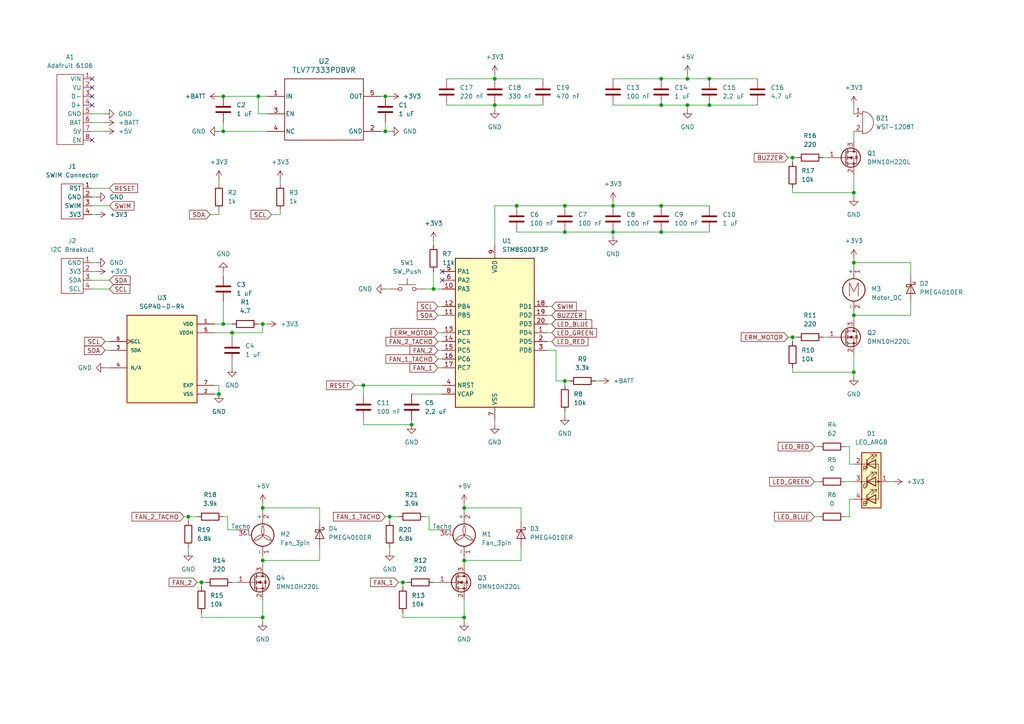
<source format=kicad_sch>
(kicad_sch (version 20250114) (generator "eeschema") (generator_version "9.0")
  (paper "A4")
  (title_block (title "Respirator Main Board") (date "2025-11-11") (rev "1") (company "The [Not Boring] Company"))
  (lib_symbols
    (symbol "Device:Buzzer" (pin_names (offset 0.0254) (hide yes))
      (property "Reference" "BZ" (at 3.81 1.27 0))
      (property "Value" "Buzzer" (at 3.81 -1.27 0))
      (symbol "Buzzer_1_1"
        (pin passive line (at -2.54 2.54 0) (length 2.54) (name "+") (number "1"))
        (pin passive line (at -2.54 -2.54 0) (length 2.54) (name "-") (number "2"))
      )
    )
    (symbol "Device:C" (pin_numbers (hide yes)) (pin_names (offset 0.254))
      (property "Reference" "C" (at 0.635 2.54 0))
      (property "Value" "C" (at 0.635 -2.54 0))
      (symbol "C_1_1"
        (pin passive line (at 0 3.81 270) (length 2.794) (name "~") (number "1"))
        (pin passive line (at 0 -3.81 90) (length 2.794) (name "~") (number "2"))
      )
    )
    (symbol "Device:LED_ARGB" (pin_names (offset 0) (hide yes))
      (property "Reference" "D" (at 0 9.398 0))
      (property "Value" "LED_ARGB" (at 0 -8.89 0))
      (symbol "LED_ARGB_0_0"
        (text "R" (at -1.905 3.81 0) (effects (font (size 1.27 1.27))))
        (text "G" (at -1.905 -1.27 0) (effects (font (size 1.27 1.27))))
        (text "B" (at -1.905 -6.35 0) (effects (font (size 1.27 1.27))))
      )
      (symbol "LED_ARGB_1_1"
        (pin passive line (at -5.08 5.08 0) (length 2.54) (name "RK") (number "2"))
        (pin passive line (at -5.08 0 0) (length 2.54) (name "GK") (number "3"))
        (pin passive line (at -5.08 -5.08 0) (length 2.54) (name "BK") (number "4"))
        (pin passive line (at 5.08 0 180) (length 2.54) (name "A") (number "1"))
      )
    )
    (symbol "Device:R" (pin_numbers (hide yes)) (pin_names (offset 0))
      (property "Reference" "R" (at 2.032 0 90))
      (property "Value" "R" (at 0 0 90))
      (symbol "R_1_1"
        (pin passive line (at 0 3.81 270) (length 1.27) (name "~") (number "1"))
        (pin passive line (at 0 -3.81 90) (length 1.27) (name "~") (number "2"))
      )
    )
    (symbol "Diode:PMEG4010ER" (pin_numbers (hide yes)) (pin_names (hide yes))
      (property "Reference" "D" (at 0 2.54 0))
      (property "Value" "PMEG4010ER" (at 0 -2.54 0))
      (symbol "PMEG4010ER_1_1"
        (pin passive line (at -3.81 0 0) (length 2.54) (name "K") (number "1"))
        (pin passive line (at 3.81 0 180) (length 2.54) (name "A") (number "2"))
      )
    )
    (symbol "MCU_ST_STM8:STM8S003F3P"
      (property "Reference" "U" (at 1.27 25.4 0))
      (property "Value" "STM8S003F3P" (at 1.27 22.86 0))
      (symbol "STM8S003F3P_1_1"
        (pin bidirectional line (at -15.24 17.78 0) (length 3.81) (name "PA1") (number "5"))
        (pin bidirectional line (at -15.24 15.24 0) (length 3.81) (name "PA2") (number "6"))
        (pin bidirectional line (at -15.24 12.7 0) (length 3.81) (name "PA3") (number "10"))
        (pin bidirectional line (at -15.24 7.62 0) (length 3.81) (name "PB4") (number "12"))
        (pin bidirectional line (at -15.24 5.08 0) (length 3.81) (name "PB5") (number "11"))
        (pin bidirectional line (at -15.24 0 0) (length 3.81) (name "PC3") (number "13"))
        (pin bidirectional line (at -15.24 -2.54 0) (length 3.81) (name "PC4") (number "14"))
        (pin bidirectional line (at -15.24 -5.08 0) (length 3.81) (name "PC5") (number "15"))
        (pin bidirectional line (at -15.24 -7.62 0) (length 3.81) (name "PC6") (number "16"))
        (pin bidirectional line (at -15.24 -10.16 0) (length 3.81) (name "PC7") (number "17"))
        (pin input line (at -15.24 -15.24 0) (length 3.81) (name "NRST") (number "4"))
        (pin passive line (at -15.24 -17.78 0) (length 3.81) (name "VCAP") (number "8"))
        (pin power_in line (at 0 25.4 270) (length 3.81) (name "VDD") (number "9"))
        (pin power_in line (at 0 -25.4 90) (length 3.81) (name "VSS") (number "7"))
        (pin bidirectional line (at 15.24 7.62 180) (length 3.81) (name "PD1") (number "18"))
        (pin bidirectional line (at 15.24 5.08 180) (length 3.81) (name "PD2") (number "19"))
        (pin bidirectional line (at 15.24 2.54 180) (length 3.81) (name "PD3") (number "20"))
        (pin bidirectional line (at 15.24 0 180) (length 3.81) (name "PD4") (number "1"))
        (pin bidirectional line (at 15.24 -2.54 180) (length 3.81) (name "PD5") (number "2"))
        (pin bidirectional line (at 15.24 -5.08 180) (length 3.81) (name "PD6") (number "3"))
      )
    )
    (symbol "Motor:Fan_3pin" (pin_names (offset 0))
      (property "Reference" "M" (at 2.54 2.54 0))
      (property "Value" "Fan_3pin" (at 2.54 -5.08 0))
      (symbol "Fan_3pin_1_1"
        (pin passive line (at -7.62 0 0) (length 2.54) (name "Tacho") (number "3"))
        (pin passive line (at 0 5.08 270) (length 2.54) (name "+") (number "2"))
        (pin passive line (at 0 -7.62 90) (length 2.54) (name "-") (number "1"))
      )
    )
    (symbol "Motor:Motor_DC" (pin_names (offset 0))
      (property "Reference" "M" (at 2.54 2.54 0))
      (property "Value" "Motor_DC" (at 2.54 -5.08 0))
      (symbol "Motor_DC_1_1"
        (pin passive line (at 0 5.08 270) (length 2.54) (name "+") (number "1"))
        (pin passive line (at 0 -7.62 90) (length 2.54) (name "-") (number "2"))
      )
    )
    (symbol "ProjectCustom:Adafruit_6106"
      (property "Reference" "A" (at 3.81 1.016 0))
      (symbol "Adafruit_6106_1_1"
        (pin power_in line (at 10.16 -1.27 180) (length 2.54) (name "VIN") (number "1"))
        (pin power_in line (at 10.16 -3.81 180) (length 2.54) (name "VU") (number "2"))
        (pin bidirectional line (at 10.16 -6.35 180) (length 2.54) (name "D-") (number "3"))
        (pin bidirectional line (at 10.16 -8.89 180) (length 2.54) (name "D+") (number "4"))
        (pin power_out line (at 10.16 -11.43 180) (length 2.54) (name "GND") (number "5"))
        (pin power_out line (at 10.16 -13.97 180) (length 2.54) (name "BAT") (number "6"))
        (pin power_out line (at 10.16 -16.51 180) (length 2.54) (name "5V") (number "7"))
        (pin input line (at 10.16 -19.05 180) (length 2.54) (name "EN") (number "8"))
      )
    )
    (symbol "ProjectCustom:I2C_Breakout"
      (property "Reference" "J" (at 0.508 1.016 0))
      (symbol "I2C_Breakout_1_1"
        (pin power_in line (at 8.89 -1.27 180) (length 2.54) (name "GND") (number "1"))
        (pin power_in line (at 8.89 -3.81 180) (length 2.54) (name "3V3") (number "2"))
        (pin bidirectional line (at 8.89 -6.35 180) (length 2.54) (name "SDA") (number "3"))
        (pin input line (at 8.89 -8.89 180) (length 2.54) (name "SCL") (number "4"))
      )
    )
    (symbol "ProjectCustom:SWIM_Connector"
      (property "Reference" "J" (at -3.302 1.016 0))
      (symbol "SWIM_Connector_1_1"
        (pin output line (at 5.08 -1.27 180) (length 2.54) (name "RST") (number "1"))
        (pin power_out line (at 5.08 -3.81 180) (length 2.54) (name "GND") (number "2"))
        (pin bidirectional line (at 5.08 -6.35 180) (length 2.54) (name "SWIM") (number "3"))
        (pin power_out line (at 5.08 -8.89 180) (length 2.54) (name "3V3") (number "4"))
      )
    )
    (symbol "SGP40-D-R4:SGP40-D-R4" (pin_names (offset 1.016))
      (property "Reference" "U" (at -10.16 13.462 0))
      (property "Value" "SGP40-D-R4" (at -10.16 -15.24 0))
      (symbol "SGP40-D-R4_0_0"
        (pin bidirectional clock (at -15.24 5.08 0) (length 5.08) (name "SCL") (number "6"))
        (pin bidirectional line (at -15.24 2.54 0) (length 5.08) (name "SDA") (number "3"))
        (pin passive line (at -15.24 -2.54 0) (length 5.08) (name "N/A") (number "4"))
        (pin power_in line (at 15.24 10.16 180) (length 5.08) (name "VDD") (number "1"))
        (pin power_in line (at 15.24 7.62 180) (length 5.08) (name "VDDH") (number "5"))
        (pin power_in line (at 15.24 -7.62 180) (length 5.08) (name "EXP") (number "7"))
        (pin power_in line (at 15.24 -10.16 180) (length 5.08) (name "VSS") (number "2"))
      )
    )
    (symbol "Switch:SW_Push" (pin_numbers (hide yes)) (pin_names (offset 1.016) (hide yes))
      (property "Reference" "SW" (at 1.27 2.54 0))
      (property "Value" "SW_Push" (at 0 -1.524 0))
      (symbol "SW_Push_0_1"
        (pin passive line (at -5.08 0 0) (length 2.54) (name "1") (number "1"))
        (pin passive line (at 5.08 0 180) (length 2.54) (name "2") (number "2"))
      )
    )
    (symbol "TLV77333PDBVR:TLV77333PDBVR" (pin_names (offset 0.254))
      (property "Reference" "U" (at 0 2.54 0))
      (property "Value" "TLV77333PDBVR" (at 0 0 0))
      (symbol "TLV77333PDBVR_0_1"
        (pin power_in line (at 0 0 0) (length 5.08) (name "IN") (number "1"))
        (pin input line (at 0 -5.08 0) (length 5.08) (name "EN") (number "3"))
        (pin power_in line (at 33.02 -10.16 180) (length 5.08) (name "GND") (number "2"))
      )
      (symbol "TLV77333PDBVR_1_1"
        (pin power_in line (at 0 -10.16 0) (length 5.08) (name "NC") (number "4"))
        (pin power_out line (at 33.02 0 180) (length 5.08) (name "OUT") (number "5"))
      )
    )
    (symbol "Transistor_FET:DMN10H220L" (pin_names (offset 0) (hide yes))
      (property "Reference" "Q" (at 5.08 1.905 0))
      (property "Value" "DMN10H220L" (at 5.08 0 0))
      (symbol "DMN10H220L_1_1"
        (pin input line (at -5.08 0 0) (length 2.54) (name "G") (number "1"))
        (pin passive line (at 2.54 5.08 270) (length 2.54) (name "D") (number "3"))
        (pin passive line (at 2.54 -5.08 90) (length 2.54) (name "S") (number "2"))
      )
    )
    (symbol "power:+3V3" (power) (pin_numbers (hide yes)) (pin_names (offset 0) (hide yes))
      (property "Value" "+3V3" (at 0 3.556 0))
      (symbol "+3V3_1_1"
        (pin power_in line (at 0 0 90) (length 0) (name "~") (number "1"))
      )
    )
    (symbol "power:+5V" (power) (pin_numbers (hide yes)) (pin_names (offset 0) (hide yes))
      (property "Value" "+5V" (at 0 3.556 0))
      (symbol "+5V_1_1"
        (pin power_in line (at 0 0 90) (length 0) (name "~") (number "1"))
      )
    )
    (symbol "power:+BATT" (power) (pin_numbers (hide yes)) (pin_names (offset 0) (hide yes))
      (property "Value" "+BATT" (at 0 3.556 0))
      (symbol "+BATT_1_1"
        (pin power_in line (at 0 0 90) (length 0) (name "~") (number "1"))
      )
    )
    (symbol "power:GND" (power) (pin_numbers (hide yes)) (pin_names (offset 0) (hide yes))
      (property "Value" "GND" (at 0 -3.81 0))
      (symbol "GND_1_1"
        (pin power_in line (at 0 0 270) (length 0) (name "~") (number "1"))
      )
    )
  )
  (junction (at 191.77 22.86))
  (junction (at 229.87 97.79))
  (junction (at 111.76 27.94))
  (junction (at 191.77 59.69))
  (junction (at 67.31 96.52))
  (junction (at 247.65 107.95))
  (junction (at 64.77 93.98))
  (junction (at 247.65 91.44))
  (junction (at 199.39 22.86))
  (junction (at 76.2 93.98))
  (junction (at 54.61 149.86))
  (junction (at 191.77 67.31))
  (junction (at 177.8 67.31))
  (junction (at 76.2 147.32))
  (junction (at 105.41 111.76))
  (junction (at 163.83 110.49))
  (junction (at 119.38 123.19))
  (junction (at 149.86 59.69))
  (junction (at 163.83 67.31))
  (junction (at 143.51 30.48))
  (junction (at 177.8 59.69))
  (junction (at 111.76 38.1))
  (junction (at 64.77 38.1))
  (junction (at 199.39 30.48))
  (junction (at 191.77 30.48))
  (junction (at 134.62 147.32))
  (junction (at 58.42 168.91))
  (junction (at 134.62 162.56))
  (junction (at 116.84 168.91))
  (junction (at 134.62 179.07))
  (junction (at 64.77 27.94))
  (junction (at 143.51 22.86))
  (junction (at 63.5 114.3))
  (junction (at 205.74 30.48))
  (junction (at 76.2 179.07))
  (junction (at 247.65 55.88))
  (junction (at 247.65 76.2))
  (junction (at 113.03 149.86))
  (junction (at 76.2 162.56))
  (junction (at 163.83 59.69))
  (junction (at 125.73 83.82))
  (junction (at 205.74 22.86))
  (junction (at 74.93 27.94))
  (junction (at 229.87 45.72))
  (no_connect (at 26.67 27.94))
  (no_connect (at 26.67 30.48))
  (no_connect (at 128.27 81.28))
  (no_connect (at 26.67 25.4))
  (no_connect (at 128.27 78.74))
  (no_connect (at 26.67 22.86))
  (no_connect (at 26.67 40.64))
  (wire (pts (xy 228.6 45.72) (xy 229.87 45.72)))
  (wire (pts (xy 173.99 110.49) (xy 172.72 110.49)))
  (wire (pts (xy 124.46 153.67) (xy 127 153.67)))
  (wire (pts (xy 66.04 149.86) (xy 66.04 153.67)))
  (wire (pts (xy 105.41 111.76) (xy 128.27 111.76)))
  (wire (pts (xy 199.39 30.48) (xy 205.74 30.48)))
  (wire (pts (xy 127 106.68) (xy 128.27 106.68)))
  (wire (pts (xy 264.16 87.63) (xy 264.16 91.44)))
  (wire (pts (xy 177.8 67.31) (xy 177.8 68.58)))
  (wire (pts (xy 54.61 151.13) (xy 54.61 149.86)))
  (wire (pts (xy 160.02 91.44) (xy 158.75 91.44)))
  (wire (pts (xy 111.76 38.1) (xy 113.03 38.1)))
  (wire (pts (xy 149.86 67.31) (xy 163.83 67.31)))
  (wire (pts (xy 247.65 91.44) (xy 247.65 92.71)))
  (wire (pts (xy 191.77 59.69) (xy 205.74 59.69)))
  (wire (pts (xy 143.51 59.69) (xy 143.51 71.12)))
  (wire (pts (xy 76.2 146.05) (xy 76.2 147.32)))
  (wire (pts (xy 64.77 87.63) (xy 64.77 93.98)))
  (wire (pts (xy 105.41 123.19) (xy 119.38 123.19)))
  (wire (pts (xy 63.5 111.76) (xy 63.5 114.3)))
  (wire (pts (xy 247.65 134.62) (xy 246.38 134.62)))
  (wire (pts (xy 64.77 38.1) (xy 63.5 38.1)))
  (wire (pts (xy 111.76 27.94) (xy 113.03 27.94)))
  (wire (pts (xy 247.65 102.87) (xy 247.65 107.95)))
  (wire (pts (xy 151.13 158.75) (xy 151.13 162.56)))
  (wire (pts (xy 113.03 151.13) (xy 113.03 149.86)))
  (wire (pts (xy 199.39 21.59) (xy 199.39 22.86)))
  (wire (pts (xy 92.71 158.75) (xy 92.71 162.56)))
  (wire (pts (xy 76.2 93.98) (xy 76.2 96.52)))
  (wire (pts (xy 199.39 22.86) (xy 191.77 22.86)))
  (wire (pts (xy 74.93 27.94) (xy 74.93 33.02)))
  (wire (pts (xy 134.62 146.05) (xy 134.62 147.32)))
  (wire (pts (xy 62.23 111.76) (xy 63.5 111.76)))
  (wire (pts (xy 63.5 27.94) (xy 64.77 27.94)))
  (wire (pts (xy 116.84 179.07) (xy 134.62 179.07)))
  (wire (pts (xy 231.14 45.72) (xy 229.87 45.72)))
  (wire (pts (xy 63.5 52.07) (xy 63.5 53.34)))
  (wire (pts (xy 151.13 162.56) (xy 134.62 162.56)))
  (wire (pts (xy 163.83 111.76) (xy 163.83 110.49)))
  (wire (pts (xy 92.71 147.32) (xy 76.2 147.32)))
  (wire (pts (xy 76.2 147.32) (xy 76.2 148.59)))
  (wire (pts (xy 191.77 67.31) (xy 205.74 67.31)))
  (wire (pts (xy 76.2 162.56) (xy 76.2 163.83)))
  (wire (pts (xy 105.41 111.76) (xy 105.41 114.3)))
  (wire (pts (xy 143.51 21.59) (xy 143.51 22.86)))
  (wire (pts (xy 158.75 99.06) (xy 160.02 99.06)))
  (wire (pts (xy 67.31 168.91) (xy 68.58 168.91)))
  (wire (pts (xy 127 101.6) (xy 128.27 101.6)))
  (wire (pts (xy 246.38 149.86) (xy 245.11 149.86)))
  (wire (pts (xy 64.77 78.74) (xy 64.77 80.01)))
  (wire (pts (xy 30.48 99.06) (xy 31.75 99.06)))
  (wire (pts (xy 67.31 96.52) (xy 67.31 97.79)))
  (wire (pts (xy 161.29 110.49) (xy 163.83 110.49)))
  (wire (pts (xy 26.67 35.56) (xy 30.48 35.56)))
  (wire (pts (xy 76.2 180.34) (xy 76.2 179.07)))
  (wire (pts (xy 177.8 58.42) (xy 177.8 59.69)))
  (wire (pts (xy 246.38 144.78) (xy 246.38 149.86)))
  (wire (pts (xy 57.15 168.91) (xy 58.42 168.91)))
  (wire (pts (xy 119.38 121.92) (xy 119.38 123.19)))
  (wire (pts (xy 118.11 168.91) (xy 116.84 168.91)))
  (wire (pts (xy 53.34 149.86) (xy 54.61 149.86)))
  (wire (pts (xy 229.87 45.72) (xy 229.87 46.99)))
  (wire (pts (xy 30.48 101.6) (xy 31.75 101.6)))
  (wire (pts (xy 66.04 153.67) (xy 68.58 153.67)))
  (wire (pts (xy 264.16 91.44) (xy 247.65 91.44)))
  (wire (pts (xy 128.27 96.52) (xy 127 96.52)))
  (wire (pts (xy 76.2 93.98) (xy 77.47 93.98)))
  (wire (pts (xy 26.67 59.69) (xy 31.75 59.69)))
  (wire (pts (xy 127 88.9) (xy 128.27 88.9)))
  (wire (pts (xy 116.84 168.91) (xy 116.84 170.18)))
  (wire (pts (xy 74.93 93.98) (xy 76.2 93.98)))
  (wire (pts (xy 143.51 30.48) (xy 157.48 30.48)))
  (wire (pts (xy 58.42 179.07) (xy 76.2 179.07)))
  (wire (pts (xy 236.22 139.7) (xy 237.49 139.7)))
  (wire (pts (xy 229.87 107.95) (xy 247.65 107.95)))
  (wire (pts (xy 134.62 173.99) (xy 134.62 179.07)))
  (wire (pts (xy 54.61 149.86) (xy 57.15 149.86)))
  (wire (pts (xy 111.76 35.56) (xy 111.76 38.1)))
  (wire (pts (xy 177.8 67.31) (xy 191.77 67.31)))
  (wire (pts (xy 62.23 114.3) (xy 63.5 114.3)))
  (wire (pts (xy 247.65 109.22) (xy 247.65 107.95)))
  (wire (pts (xy 125.73 78.74) (xy 125.73 83.82)))
  (wire (pts (xy 247.65 57.15) (xy 247.65 55.88)))
  (wire (pts (xy 129.54 30.48) (xy 143.51 30.48)))
  (wire (pts (xy 26.67 57.15) (xy 27.94 57.15)))
  (wire (pts (xy 92.71 162.56) (xy 76.2 162.56)))
  (wire (pts (xy 76.2 173.99) (xy 76.2 179.07)))
  (wire (pts (xy 81.28 60.96) (xy 81.28 62.23)))
  (wire (pts (xy 161.29 101.6) (xy 158.75 101.6)))
  (wire (pts (xy 199.39 22.86) (xy 205.74 22.86)))
  (wire (pts (xy 177.8 59.69) (xy 191.77 59.69)))
  (wire (pts (xy 124.46 149.86) (xy 124.46 153.67)))
  (wire (pts (xy 74.93 27.94) (xy 77.47 27.94)))
  (wire (pts (xy 125.73 168.91) (xy 127 168.91)))
  (wire (pts (xy 102.87 111.76) (xy 105.41 111.76)))
  (wire (pts (xy 67.31 105.41) (xy 67.31 106.68)))
  (wire (pts (xy 134.62 180.34) (xy 134.62 179.07)))
  (wire (pts (xy 238.76 45.72) (xy 240.03 45.72)))
  (wire (pts (xy 62.23 96.52) (xy 67.31 96.52)))
  (wire (pts (xy 177.8 22.86) (xy 191.77 22.86)))
  (wire (pts (xy 54.61 160.02) (xy 54.61 158.75)))
  (wire (pts (xy 247.65 38.1) (xy 247.65 40.64)))
  (wire (pts (xy 58.42 168.91) (xy 59.69 168.91)))
  (wire (pts (xy 119.38 114.3) (xy 128.27 114.3)))
  (wire (pts (xy 229.87 97.79) (xy 229.87 99.06)))
  (wire (pts (xy 64.77 93.98) (xy 67.31 93.98)))
  (wire (pts (xy 26.67 78.74) (xy 27.94 78.74)))
  (wire (pts (xy 229.87 107.95) (xy 229.87 106.68)))
  (wire (pts (xy 160.02 96.52) (xy 158.75 96.52)))
  (wire (pts (xy 143.51 30.48) (xy 143.51 31.75)))
  (wire (pts (xy 58.42 170.18) (xy 58.42 168.91)))
  (wire (pts (xy 228.6 97.79) (xy 229.87 97.79)))
  (wire (pts (xy 160.02 93.98) (xy 158.75 93.98)))
  (wire (pts (xy 231.14 97.79) (xy 229.87 97.79)))
  (wire (pts (xy 116.84 179.07) (xy 116.84 177.8)))
  (wire (pts (xy 127 91.44) (xy 128.27 91.44)))
  (wire (pts (xy 26.67 62.23) (xy 27.94 62.23)))
  (wire (pts (xy 105.41 121.92) (xy 105.41 123.19)))
  (wire (pts (xy 257.81 139.7) (xy 259.08 139.7)))
  (wire (pts (xy 111.76 149.86) (xy 113.03 149.86)))
  (wire (pts (xy 113.03 149.86) (xy 115.57 149.86)))
  (wire (pts (xy 151.13 147.32) (xy 134.62 147.32)))
  (wire (pts (xy 60.96 62.23) (xy 63.5 62.23)))
  (wire (pts (xy 115.57 168.91) (xy 116.84 168.91)))
  (wire (pts (xy 64.77 38.1) (xy 77.47 38.1)))
  (wire (pts (xy 30.48 33.02) (xy 26.67 33.02)))
  (wire (pts (xy 151.13 151.13) (xy 151.13 147.32)))
  (wire (pts (xy 246.38 129.54) (xy 245.11 129.54)))
  (wire (pts (xy 236.22 129.54) (xy 237.49 129.54)))
  (wire (pts (xy 205.74 22.86) (xy 219.71 22.86)))
  (wire (pts (xy 247.65 76.2) (xy 247.65 77.47)))
  (wire (pts (xy 143.51 59.69) (xy 149.86 59.69)))
  (wire (pts (xy 125.73 69.85) (xy 125.73 71.12)))
  (wire (pts (xy 247.65 144.78) (xy 246.38 144.78)))
  (wire (pts (xy 246.38 134.62) (xy 246.38 129.54)))
  (wire (pts (xy 236.22 149.86) (xy 237.49 149.86)))
  (wire (pts (xy 238.76 97.79) (xy 240.03 97.79)))
  (wire (pts (xy 111.76 83.82) (xy 113.03 83.82)))
  (wire (pts (xy 31.75 106.68) (xy 30.48 106.68)))
  (wire (pts (xy 134.62 162.56) (xy 134.62 163.83)))
  (wire (pts (xy 247.65 30.48) (xy 247.65 33.02)))
  (wire (pts (xy 123.19 149.86) (xy 124.46 149.86)))
  (wire (pts (xy 64.77 35.56) (xy 64.77 38.1)))
  (wire (pts (xy 81.28 52.07) (xy 81.28 53.34)))
  (wire (pts (xy 161.29 110.49) (xy 161.29 101.6)))
  (wire (pts (xy 245.11 139.7) (xy 247.65 139.7)))
  (wire (pts (xy 134.62 161.29) (xy 134.62 162.56)))
  (wire (pts (xy 264.16 76.2) (xy 247.65 76.2)))
  (wire (pts (xy 149.86 59.69) (xy 163.83 59.69)))
  (wire (pts (xy 125.73 83.82) (xy 128.27 83.82)))
  (wire (pts (xy 26.67 38.1) (xy 30.48 38.1)))
  (wire (pts (xy 78.74 62.23) (xy 81.28 62.23)))
  (wire (pts (xy 63.5 60.96) (xy 63.5 62.23)))
  (wire (pts (xy 158.75 88.9) (xy 160.02 88.9)))
  (wire (pts (xy 123.19 83.82) (xy 125.73 83.82)))
  (wire (pts (xy 77.47 33.02) (xy 74.93 33.02)))
  (wire (pts (xy 143.51 22.86) (xy 157.48 22.86)))
  (wire (pts (xy 110.49 27.94) (xy 111.76 27.94)))
  (wire (pts (xy 62.23 93.98) (xy 64.77 93.98)))
  (wire (pts (xy 127 99.06) (xy 128.27 99.06)))
  (wire (pts (xy 229.87 55.88) (xy 247.65 55.88)))
  (wire (pts (xy 165.1 110.49) (xy 163.83 110.49)))
  (wire (pts (xy 64.77 27.94) (xy 74.93 27.94)))
  (wire (pts (xy 127 104.14) (xy 128.27 104.14)))
  (wire (pts (xy 92.71 151.13) (xy 92.71 147.32)))
  (wire (pts (xy 163.83 59.69) (xy 177.8 59.69)))
  (wire (pts (xy 143.51 121.92) (xy 143.51 123.19)))
  (wire (pts (xy 199.39 30.48) (xy 199.39 31.75)))
  (wire (pts (xy 26.67 83.82) (xy 31.75 83.82)))
  (wire (pts (xy 163.83 67.31) (xy 177.8 67.31)))
  (wire (pts (xy 26.67 81.28) (xy 31.75 81.28)))
  (wire (pts (xy 134.62 147.32) (xy 134.62 148.59)))
  (wire (pts (xy 247.65 50.8) (xy 247.65 55.88)))
  (wire (pts (xy 67.31 96.52) (xy 76.2 96.52)))
  (wire (pts (xy 26.67 76.2) (xy 27.94 76.2)))
  (wire (pts (xy 110.49 38.1) (xy 111.76 38.1)))
  (wire (pts (xy 199.39 30.48) (xy 191.77 30.48)))
  (wire (pts (xy 229.87 55.88) (xy 229.87 54.61)))
  (wire (pts (xy 247.65 74.93) (xy 247.65 76.2)))
  (wire (pts (xy 64.77 149.86) (xy 66.04 149.86)))
  (wire (pts (xy 26.67 54.61) (xy 31.75 54.61)))
  (wire (pts (xy 205.74 30.48) (xy 219.71 30.48)))
  (wire (pts (xy 113.03 160.02) (xy 113.03 158.75)))
  (wire (pts (xy 129.54 22.86) (xy 143.51 22.86)))
  (wire (pts (xy 247.65 90.17) (xy 247.65 91.44)))
  (wire (pts (xy 177.8 30.48) (xy 191.77 30.48)))
  (wire (pts (xy 58.42 179.07) (xy 58.42 177.8)))
  (wire (pts (xy 76.2 161.29) (xy 76.2 162.56)))
  (wire (pts (xy 163.83 119.38) (xy 163.83 120.65)))
  (wire (pts (xy 264.16 80.01) (xy 264.16 76.2)))
  (global_label "SCL" (shape input) (at 31.75 83.82 0) (property "Intersheetrefs" "${INTERSHEET_REFS}" (effects (hide yes))))
  (global_label "FAN_2" (shape input) (at 127 101.6 180) (property "Intersheetrefs" "${INTERSHEET_REFS}" (effects (hide yes))))
  (global_label "FAN_1" (shape input) (at 127 106.68 180) (property "Intersheetrefs" "${INTERSHEET_REFS}" (effects (hide yes))))
  (global_label "SDA" (shape input) (at 30.48 101.6 180) (property "Intersheetrefs" "${INTERSHEET_REFS}" (effects (hide yes))))
  (global_label "SWIM" (shape input) (at 160.02 88.9 0) (property "Intersheetrefs" "${INTERSHEET_REFS}" (effects (hide yes))))
  (global_label "BUZZER" (shape input) (at 160.02 91.44 0) (property "Intersheetrefs" "${INTERSHEET_REFS}" (effects (hide yes))))
  (global_label "RESET" (shape input) (at 102.87 111.76 180) (property "Intersheetrefs" "${INTERSHEET_REFS}" (effects (hide yes))))
  (global_label "FAN_1_TACHO" (shape input) (at 127 104.14 180) (property "Intersheetrefs" "${INTERSHEET_REFS}" (effects (hide yes))))
  (global_label "SCL" (shape input) (at 127 88.9 180) (property "Intersheetrefs" "${INTERSHEET_REFS}" (effects (hide yes))))
  (global_label "SWIM" (shape input) (at 31.75 59.69 0) (property "Intersheetrefs" "${INTERSHEET_REFS}" (effects (hide yes))))
  (global_label "ERM_MOTOR" (shape input) (at 228.6 97.79 180) (property "Intersheetrefs" "${INTERSHEET_REFS}" (effects (hide yes))))
  (global_label "LED_BLUE" (shape input) (at 160.02 93.98 0) (property "Intersheetrefs" "${INTERSHEET_REFS}" (effects (hide yes))))
  (global_label "FAN_2_TACHO" (shape input) (at 53.34 149.86 180) (property "Intersheetrefs" "${INTERSHEET_REFS}" (effects (hide yes))))
  (global_label "SCL" (shape input) (at 30.48 99.06 180) (property "Intersheetrefs" "${INTERSHEET_REFS}" (effects (hide yes))))
  (global_label "LED_RED" (shape input) (at 160.02 99.06 0) (property "Intersheetrefs" "${INTERSHEET_REFS}" (effects (hide yes))))
  (global_label "LED_GREEN" (shape input) (at 236.22 139.7 180) (property "Intersheetrefs" "${INTERSHEET_REFS}" (effects (hide yes))))
  (global_label "RESET" (shape input) (at 31.75 54.61 0) (property "Intersheetrefs" "${INTERSHEET_REFS}" (effects (hide yes))))
  (global_label "FAN_1_TACHO" (shape input) (at 111.76 149.86 180) (property "Intersheetrefs" "${INTERSHEET_REFS}" (effects (hide yes))))
  (global_label "ERM_MOTOR" (shape input) (at 127 96.52 180) (property "Intersheetrefs" "${INTERSHEET_REFS}" (effects (hide yes))))
  (global_label "SDA" (shape input) (at 127 91.44 180) (property "Intersheetrefs" "${INTERSHEET_REFS}" (effects (hide yes))))
  (global_label "BUZZER" (shape input) (at 228.6 45.72 180) (property "Intersheetrefs" "${INTERSHEET_REFS}" (effects (hide yes))))
  (global_label "LED_GREEN" (shape input) (at 160.02 96.52 0) (property "Intersheetrefs" "${INTERSHEET_REFS}" (effects (hide yes))))
  (global_label "LED_RED" (shape input) (at 236.22 129.54 180) (property "Intersheetrefs" "${INTERSHEET_REFS}" (effects (hide yes))))
  (global_label "SDA" (shape input) (at 31.75 81.28 0) (property "Intersheetrefs" "${INTERSHEET_REFS}" (effects (hide yes))))
  (global_label "SDA" (shape input) (at 60.96 62.23 180) (property "Intersheetrefs" "${INTERSHEET_REFS}" (effects (hide yes))))
  (global_label "FAN_2" (shape input) (at 57.15 168.91 180) (property "Intersheetrefs" "${INTERSHEET_REFS}" (effects (hide yes))))
  (global_label "SCL" (shape input) (at 78.74 62.23 180) (property "Intersheetrefs" "${INTERSHEET_REFS}" (effects (hide yes))))
  (global_label "FAN_1" (shape input) (at 115.57 168.91 180) (property "Intersheetrefs" "${INTERSHEET_REFS}" (effects (hide yes))))
  (global_label "LED_BLUE" (shape input) (at 236.22 149.86 180) (property "Intersheetrefs" "${INTERSHEET_REFS}" (effects (hide yes))))
  (global_label "FAN_2_TACHO" (shape input) (at 127 99.06 180) (property "Intersheetrefs" "${INTERSHEET_REFS}" (effects (hide yes))))
  (symbol (lib_id "power:+5V") (at 76.2 146.05 0) (unit 1)
    (property "Reference" "#PWR032" (effects (hide yes)))
    (property "Value" "+5V" (at 76.2 140.97 0))
    (property "Description" "Power symbol creates a global label with name \"+5V\"" (effects (hide yes)))
  )
  (symbol (lib_id "Device:R") (at 63.5 168.91 90) (unit 1)
    (property "Reference" "R14" (at 63.5 162.56 90))
    (property "Value" "220" (at 63.5 165.1 90))
    (property "Footprint" "Resistor_SMD:R_0603_1608Metric" (effects (hide yes)))
    (property "Description" "Resistor" (effects (hide yes)))
  )
  (symbol (lib_id "Device:R") (at 125.73 74.93 0) (unit 1)
    (property "Reference" "R7" (at 128.27 73.6599 0) (effects (justify left)))
    (property "Value" "11k" (at 128.27 76.1999 0) (effects (justify left)))
    (property "Footprint" "Resistor_SMD:R_0603_1608Metric" (effects (hide yes)))
    (property "Description" "Resistor" (effects (hide yes)))
  )
  (symbol (lib_id "Device:R") (at 229.87 102.87 0) (unit 1)
    (property "Reference" "R10" (at 232.41 101.5999 0) (effects (justify left)))
    (property "Value" "10k" (at 232.41 104.1399 0) (effects (justify left)))
    (property "Footprint" "Resistor_SMD:R_0603_1608Metric" (effects (hide yes)))
    (property "Description" "Resistor" (effects (hide yes)))
  )
  (symbol (lib_id "Device:R") (at 121.92 168.91 90) (unit 1)
    (property "Reference" "R12" (at 121.92 162.56 90))
    (property "Value" "220" (at 121.92 165.1 90))
    (property "Footprint" "Resistor_SMD:R_0603_1608Metric" (effects (hide yes)))
    (property "Description" "Resistor" (effects (hide yes)))
  )
  (symbol (lib_id "Device:R") (at 116.84 173.99 0) (unit 1)
    (property "Reference" "R13" (at 119.38 172.7199 0) (effects (justify left)))
    (property "Value" "10k" (at 119.38 175.2599 0) (effects (justify left)))
    (property "Footprint" "Resistor_SMD:R_0603_1608Metric" (effects (hide yes)))
    (property "Description" "Resistor" (effects (hide yes)))
  )
  (symbol (lib_id "SGP40-D-R4:SGP40-D-R4") (at 46.99 104.14 0) (unit 1)
    (property "Reference" "U3" (at 46.99 86.36 0))
    (property "Value" "SGP40-D-R4" (at 46.99 88.9 0))
    (property "Footprint" "footprints:XCDR_SGP40-D-R4" (effects (hide yes)))
    (property "PARTREV" "1.2" (effects (hide yes)))
    (property "SNAPEDA_PN" "SGP40-D-R4" (effects (hide yes)))
    (property "MANUFACTURER" "Sensirion AG" (effects (hide yes)))
    (property "MAXIMUM_PACKAGE_HEIGHT" "0.95mm" (effects (hide yes)))
    (property "STANDARD" "Manufacturer Recommendations" (effects (hide yes)))
  )
  (symbol (lib_id "Device:R") (at 163.83 115.57 0) (unit 1)
    (property "Reference" "R8" (at 166.37 114.2999 0) (effects (justify left)))
    (property "Value" "10k" (at 166.37 116.8399 0) (effects (justify left)))
    (property "Footprint" "Resistor_SMD:R_0603_1608Metric" (effects (hide yes)))
    (property "Description" "Resistor" (effects (hide yes)))
  )
  (symbol (lib_id "TLV77333PDBVR:TLV77333PDBVR") (at 77.47 27.94 0) (unit 1)
    (property "Reference" "U2" (at 93.98 17.78 0) (effects (font (size 1.524 1.524))))
    (property "Value" "TLV77333PDBVR" (at 93.98 20.32 0) (effects (font (size 1.524 1.524))))
    (property "Footprint" "footprints:DBV0005A-IPC_A" (effects (hide yes)))
    (property "Datasheet" "https://www.ti.com/lit/gpn/tlv773" (effects (hide yes)))
  )
  (symbol (lib_id "Device:R") (at 168.91 110.49 90) (unit 1)
    (property "Reference" "R9" (at 168.91 104.14 90))
    (property "Value" "3.3k" (at 168.91 106.68 90))
    (property "Footprint" "Resistor_SMD:R_0603_1608Metric" (effects (hide yes)))
    (property "Description" "Resistor" (effects (hide yes)))
  )
  (symbol (lib_id "power:+3V3") (at 143.51 21.59 0) (unit 1)
    (property "Reference" "#PWR038" (effects (hide yes)))
    (property "Value" "+3V3" (at 143.51 16.51 0))
    (property "Description" "Power symbol creates a global label with name \"+3V3\"" (effects (hide yes)))
  )
  (symbol (lib_id "Device:R") (at 119.38 149.86 90) (unit 1)
    (property "Reference" "R21" (at 119.38 143.51 90))
    (property "Value" "3.9k" (at 119.38 146.05 90))
    (property "Footprint" "Resistor_SMD:R_0603_1608Metric" (effects (hide yes)))
    (property "Description" "Resistor" (effects (hide yes)))
  )
  (symbol (lib_id "power:+3V3") (at 77.47 93.98 270) (unit 1)
    (property "Reference" "#PWR08" (effects (hide yes)))
    (property "Value" "+3V3" (at 81.28 93.9799 90) (effects (justify left)))
    (property "Description" "Power symbol creates a global label with name \"+3V3\"" (effects (hide yes)))
  )
  (symbol (lib_id "Motor:Motor_DC") (at 247.65 82.55 0) (unit 1)
    (property "Reference" "M3" (at 252.73 83.8199 0) (effects (justify left)))
    (property "Value" "Motor_DC" (at 252.73 86.3599 0) (effects (justify left)))
    (property "Footprint" "footprints:JST-XH-2-pin" (effects (hide yes)))
    (property "Description" "DC Motor" (effects (hide yes)))
  )
  (symbol (lib_id "Device:C") (at 119.38 118.11 0) (unit 1)
    (property "Reference" "C5" (at 123.19 116.8399 0) (effects (justify left)))
    (property "Value" "2.2 uF" (at 123.19 119.3799 0) (effects (justify left)))
    (property "Footprint" "Capacitor_SMD:C_0603_1608Metric" (effects (hide yes)))
    (property "Description" "Unpolarized capacitor" (effects (hide yes)))
  )
  (symbol (lib_id "ProjectCustom:Adafruit_6106") (at 16.51 21.59 0) (unit 1)
    (property "Reference" "A1" (at 20.32 16.51 0))
    (property "Value" "Adafruit 6106" (at 20.32 19.05 0))
    (property "Footprint" "Connector_PinHeader_2.54mm:PinHeader_1x08_P2.54mm_Vertical" (effects (hide yes)))
  )
  (symbol (lib_id "power:GND") (at 113.03 38.1 90) (unit 1)
    (property "Reference" "#PWR04" (effects (hide yes)))
    (property "Value" "GND" (at 116.84 38.0999 90) (effects (justify right)))
    (property "Description" "Power symbol creates a global label with name \"GND\" , ground" (effects (hide yes)))
  )
  (symbol (lib_id "power:GND") (at 177.8 68.58 0) (unit 1)
    (property "Reference" "#PWR020" (effects (hide yes)))
    (property "Value" "GND" (at 177.8 73.66 0))
    (property "Description" "Power symbol creates a global label with name \"GND\" , ground" (effects (hide yes)))
  )
  (symbol (lib_id "Device:R") (at 81.28 57.15 0) (unit 1)
    (property "Reference" "R3" (at 83.82 55.8799 0) (effects (justify left)))
    (property "Value" "1k" (at 83.82 58.4199 0) (effects (justify left)))
    (property "Footprint" "Resistor_SMD:R_0603_1608Metric" (effects (hide yes)))
    (property "Description" "Resistor" (effects (hide yes)))
  )
  (symbol (lib_id "power:+5V") (at 30.48 38.1 270) (unit 1)
    (property "Reference" "#PWR02" (effects (hide yes)))
    (property "Value" "+5V" (at 34.29 38.0999 90) (effects (justify left)))
    (property "Description" "Power symbol creates a global label with name \"+5V\"" (effects (hide yes)))
  )
  (symbol (lib_id "power:GND") (at 30.48 106.68 270) (unit 1)
    (property "Reference" "#PWR010" (effects (hide yes)))
    (property "Value" "GND" (at 26.67 106.6801 90) (effects (justify right)))
    (property "Description" "Power symbol creates a global label with name \"GND\" , ground" (effects (hide yes)))
  )
  (symbol (lib_id "Device:R") (at 241.3 129.54 90) (unit 1)
    (property "Reference" "R4" (at 241.3 123.19 90))
    (property "Value" "62" (at 241.3 125.73 90))
    (property "Footprint" "Resistor_SMD:R_0603_1608Metric" (effects (hide yes)))
    (property "Description" "Resistor" (effects (hide yes)))
  )
  (symbol (lib_id "Device:R") (at 241.3 139.7 90) (unit 1)
    (property "Reference" "R5" (at 241.3 133.35 90))
    (property "Value" "0" (at 241.3 135.89 90))
    (property "Footprint" "Resistor_SMD:R_0603_1608Metric" (effects (hide yes)))
    (property "Description" "Resistor" (effects (hide yes)))
  )
  (symbol (lib_id "power:GND") (at 113.03 160.02 0) (unit 1)
    (property "Reference" "#PWR041" (effects (hide yes)))
    (property "Value" "GND" (at 113.03 165.1 0))
    (property "Description" "Power symbol creates a global label with name \"GND\" , ground" (effects (hide yes)))
  )
  (symbol (lib_id "Device:C") (at 177.8 63.5 0) (unit 1)
    (property "Reference" "C8" (at 181.61 62.2299 0) (effects (justify left)))
    (property "Value" "100 nF" (at 181.61 64.7699 0) (effects (justify left)))
    (property "Footprint" "Capacitor_SMD:C_0603_1608Metric" (effects (hide yes)))
    (property "Description" "Unpolarized capacitor" (effects (hide yes)))
  )
  (symbol (lib_id "Transistor_FET:DMN10H220L") (at 245.11 45.72 0) (unit 1)
    (property "Reference" "Q1" (at 251.46 44.4499 0) (effects (justify left)))
    (property "Value" "DMN10H220L" (at 251.46 46.9899 0) (effects (justify left)))
    (property "Footprint" "Package_TO_SOT_SMD:SOT-23" (effects (hide yes)))
    (property "Datasheet" "http://www.diodes.com/assets/Datasheets/DMN10H220L.pdf" (effects (hide yes)))
    (property "Description" "1.6A Id, 100V Vds, N-Channel MOSFET, SOT-23" (effects (hide yes)))
  )
  (symbol (lib_id "Device:R") (at 54.61 154.94 0) (unit 1)
    (property "Reference" "R19" (at 57.15 153.6699 0) (effects (justify left)))
    (property "Value" "6.8k" (at 57.15 156.2099 0) (effects (justify left)))
    (property "Footprint" "Resistor_SMD:R_0603_1608Metric" (effects (hide yes)))
    (property "Description" "Resistor" (effects (hide yes)))
  )
  (symbol (lib_id "Device:LED_ARGB") (at 252.73 139.7 0) (unit 1)
    (property "Reference" "D1" (at 252.73 125.73 0))
    (property "Value" "LED_ARGB" (at 252.73 128.27 0))
    (property "Footprint" "footprints:LED_T2133BGR" (effects (hide yes)))
    (property "Description" "RGB LED, anode/red/green/blue" (effects (hide yes)))
  )
  (symbol (lib_id "Device:R") (at 113.03 154.94 0) (unit 1)
    (property "Reference" "R20" (at 115.57 153.6699 0) (effects (justify left)))
    (property "Value" "6.8k" (at 115.57 156.2099 0) (effects (justify left)))
    (property "Footprint" "Resistor_SMD:R_0603_1608Metric" (effects (hide yes)))
    (property "Description" "Resistor" (effects (hide yes)))
  )
  (symbol (lib_id "power:+3V3") (at 247.65 30.48 0) (unit 1)
    (property "Reference" "#PWR034" (effects (hide yes)))
    (property "Value" "+3V3" (at 247.65 25.4 0))
    (property "Description" "Power symbol creates a global label with name \"+3V3\"" (effects (hide yes)))
  )
  (symbol (lib_id "power:GND") (at 143.51 123.19 0) (unit 1)
    (property "Reference" "#PWR012" (effects (hide yes)))
    (property "Value" "GND" (at 143.51 128.27 0))
    (property "Description" "Power symbol creates a global label with name \"GND\" , ground" (effects (hide yes)))
  )
  (symbol (lib_id "Device:C") (at 177.8 26.67 0) (unit 1)
    (property "Reference" "C13" (at 181.61 25.3999 0) (effects (justify left)))
    (property "Value" "100 nF" (at 181.61 27.9399 0) (effects (justify left)))
    (property "Footprint" "Capacitor_SMD:C_0603_1608Metric" (effects (hide yes)))
    (property "Description" "Unpolarized capacitor" (effects (hide yes)))
  )
  (symbol (lib_id "power:GND") (at 134.62 180.34 0) (unit 1)
    (property "Reference" "#PWR031" (effects (hide yes)))
    (property "Value" "GND" (at 134.62 185.42 0))
    (property "Description" "Power symbol creates a global label with name \"GND\" , ground" (effects (hide yes)))
  )
  (symbol (lib_id "power:+BATT") (at 63.5 27.94 90) (unit 1)
    (property "Reference" "#PWR07" (effects (hide yes)))
    (property "Value" "+BATT" (at 59.69 27.9399 90) (effects (justify left)))
    (property "Description" "Power symbol creates a global label with name \"+BATT\"" (effects (hide yes)))
  )
  (symbol (lib_id "power:+BATT") (at 30.48 35.56 270) (unit 1)
    (property "Reference" "#PWR03" (effects (hide yes)))
    (property "Value" "+BATT" (at 34.29 35.5599 90) (effects (justify left)))
    (property "Description" "Power symbol creates a global label with name \"+BATT\"" (effects (hide yes)))
  )
  (symbol (lib_id "power:+3V3") (at 81.28 52.07 0) (unit 1)
    (property "Reference" "#PWR019" (effects (hide yes)))
    (property "Value" "+3V3" (at 81.28 46.99 0))
    (property "Description" "Power symbol creates a global label with name \"+3V3\"" (effects (hide yes)))
  )
  (symbol (lib_id "Device:C") (at 111.76 31.75 0) (unit 1)
    (property "Reference" "C1" (at 115.57 30.4799 0) (effects (justify left)))
    (property "Value" "1 uF" (at 115.57 33.0199 0) (effects (justify left)))
    (property "Footprint" "Capacitor_SMD:C_0603_1608Metric" (effects (hide yes)))
    (property "Description" "Unpolarized capacitor" (effects (hide yes)))
  )
  (symbol (lib_id "power:GND") (at 199.39 31.75 0) (unit 1)
    (property "Reference" "#PWR037" (effects (hide yes)))
    (property "Value" "GND" (at 199.39 36.83 0))
    (property "Description" "Power symbol creates a global label with name \"GND\" , ground" (effects (hide yes)))
  )
  (symbol (lib_id "Switch:SW_Push") (at 118.11 83.82 0) (unit 1)
    (property "Reference" "SW1" (at 118.11 76.2 0))
    (property "Value" "SW_Push" (at 118.11 78.74 0))
    (property "Footprint" "Button_Switch_THT:SW_PUSH_6mm_H5mm" (effects (hide yes)))
    (property "Description" "Push button switch, generic, two pins" (effects (hide yes)))
  )
  (symbol (lib_id "power:GND") (at 163.83 120.65 0) (mirror y) (unit 1)
    (property "Reference" "#PWR026" (effects (hide yes)))
    (property "Value" "GND" (at 163.83 125.73 0))
    (property "Description" "Power symbol creates a global label with name \"GND\" , ground" (effects (hide yes)))
  )
  (symbol (lib_id "Device:C") (at 129.54 26.67 0) (unit 1)
    (property "Reference" "C17" (at 133.35 25.3999 0) (effects (justify left)))
    (property "Value" "220 nF" (at 133.35 27.9399 0) (effects (justify left)))
    (property "Footprint" "Capacitor_SMD:C_0603_1608Metric" (effects (hide yes)))
    (property "Description" "Unpolarized capacitor" (effects (hide yes)))
  )
  (symbol (lib_id "power:GND") (at 27.94 57.15 90) (unit 1)
    (property "Reference" "#PWR015" (effects (hide yes)))
    (property "Value" "GND" (at 31.75 57.1499 90) (effects (justify right)))
    (property "Description" "Power symbol creates a global label with name \"GND\" , ground" (effects (hide yes)))
  )
  (symbol (lib_id "power:GND") (at 247.65 57.15 0) (unit 1)
    (property "Reference" "#PWR035" (effects (hide yes)))
    (property "Value" "GND" (at 247.65 62.23 0))
    (property "Description" "Power symbol creates a global label with name \"GND\" , ground" (effects (hide yes)))
  )
  (symbol (lib_id "Device:R") (at 63.5 57.15 0) (unit 1)
    (property "Reference" "R2" (at 66.04 55.8799 0) (effects (justify left)))
    (property "Value" "1k" (at 66.04 58.4199 0) (effects (justify left)))
    (property "Footprint" "Resistor_SMD:R_0603_1608Metric" (effects (hide yes)))
    (property "Description" "Resistor" (effects (hide yes)))
  )
  (symbol (lib_id "Diode:PMEG4010ER") (at 264.16 83.82 270) (unit 1)
    (property "Reference" "D2" (at 266.7 82.2324 90) (effects (justify left)))
    (property "Value" "PMEG4010ER" (at 266.7 84.7724 90) (effects (justify left)))
    (property "Footprint" "Diode_SMD:Nexperia_CFP3_SOD-123W" (effects (hide yes)))
    (property "Datasheet" "https://assets.nexperia.com/documents/data-sheet/PMEG4010ER.pdf" (effects (hide yes)))
    (property "Description" "40V, 1A low Vf MEGA Schottky barrier rectifier, SOD-123W" (effects (hide yes)))
  )
  (symbol (lib_id "power:GND") (at 63.5 38.1 270) (unit 1)
    (property "Reference" "#PWR05" (effects (hide yes)))
    (property "Value" "GND" (at 59.69 38.1001 90) (effects (justify right)))
    (property "Description" "Power symbol creates a global label with name \"GND\" , ground" (effects (hide yes)))
  )
  (symbol (lib_id "ProjectCustom:SWIM_Connector") (at 21.59 53.34 0) (unit 1)
    (property "Reference" "J1" (at 20.955 48.26 0))
    (property "Value" "SWIM Connector" (at 20.955 50.8 0))
    (property "Footprint" "Connector_PinSocket_2.54mm:PinSocket_1x04_P2.54mm_Vertical" (effects (hide yes)))
  )
  (symbol (lib_id "power:GND") (at 67.31 106.68 0) (unit 1)
    (property "Reference" "#PWR014" (effects (hide yes)))
    (property "Value" "GND" (at 67.31 111.76 0))
    (property "Description" "Power symbol creates a global label with name \"GND\" , ground" (effects (hide yes)))
  )
  (symbol (lib_id "power:GND") (at 63.5 114.3 0) (unit 1)
    (property "Reference" "#PWR09" (effects (hide yes)))
    (property "Value" "GND" (at 63.5 119.38 0))
    (property "Description" "Power symbol creates a global label with name \"GND\" , ground" (effects (hide yes)))
  )
  (symbol (lib_id "power:GND") (at 54.61 160.02 0) (unit 1)
    (property "Reference" "#PWR040" (effects (hide yes)))
    (property "Value" "GND" (at 54.61 165.1 0))
    (property "Description" "Power symbol creates a global label with name \"GND\" , ground" (effects (hide yes)))
  )
  (symbol (lib_id "Device:R") (at 58.42 173.99 0) (unit 1)
    (property "Reference" "R15" (at 60.96 172.7199 0) (effects (justify left)))
    (property "Value" "10k" (at 60.96 175.2599 0) (effects (justify left)))
    (property "Footprint" "Resistor_SMD:R_0603_1608Metric" (effects (hide yes)))
    (property "Description" "Resistor" (effects (hide yes)))
  )
  (symbol (lib_id "Device:C") (at 105.41 118.11 0) (unit 1)
    (property "Reference" "C11" (at 109.22 116.8399 0) (effects (justify left)))
    (property "Value" "100 nF" (at 109.22 119.3799 0) (effects (justify left)))
    (property "Footprint" "Capacitor_SMD:C_0603_1608Metric" (effects (hide yes)))
    (property "Description" "Unpolarized capacitor" (effects (hide yes)))
  )
  (symbol (lib_id "Transistor_FET:DMN10H220L") (at 132.08 168.91 0) (unit 1)
    (property "Reference" "Q3" (at 138.43 167.6399 0) (effects (justify left)))
    (property "Value" "DMN10H220L" (at 138.43 170.1799 0) (effects (justify left)))
    (property "Footprint" "Package_TO_SOT_SMD:SOT-23" (effects (hide yes)))
    (property "Datasheet" "http://www.diodes.com/assets/Datasheets/DMN10H220L.pdf" (effects (hide yes)))
    (property "Description" "1.6A Id, 100V Vds, N-Channel MOSFET, SOT-23" (effects (hide yes)))
  )
  (symbol (lib_id "Device:C") (at 67.31 101.6 0) (unit 1)
    (property "Reference" "C4" (at 71.12 100.3299 0) (effects (justify left)))
    (property "Value" "1 uF" (at 71.12 102.8699 0) (effects (justify left)))
    (property "Footprint" "Capacitor_SMD:C_0603_1608Metric" (effects (hide yes)))
    (property "Description" "Unpolarized capacitor" (effects (hide yes)))
  )
  (symbol (lib_id "power:GND") (at 143.51 31.75 0) (unit 1)
    (property "Reference" "#PWR039" (effects (hide yes)))
    (property "Value" "GND" (at 143.51 36.83 0))
    (property "Description" "Power symbol creates a global label with name \"GND\" , ground" (effects (hide yes)))
  )
  (symbol (lib_id "Device:Buzzer") (at 250.19 35.56 0) (unit 1)
    (property "Reference" "BZ1" (at 254 34.2899 0) (effects (justify left)))
    (property "Value" "WST-1208T" (at 254 36.8299 0) (effects (justify left)))
    (property "Footprint" "Buzzer_Beeper:MagneticBuzzer_ProSignal_ABI-009-RC" (effects (hide yes)))
    (property "Description" "Buzzer, polarized" (effects (hide yes)))
  )
  (symbol (lib_id "Device:C") (at 149.86 63.5 0) (unit 1)
    (property "Reference" "C6" (at 153.67 62.2299 0) (effects (justify left)))
    (property "Value" "100 nF" (at 153.67 64.7699 0) (effects (justify left)))
    (property "Footprint" "Capacitor_SMD:C_0603_1608Metric" (effects (hide yes)))
    (property "Description" "Unpolarized capacitor" (effects (hide yes)))
  )
  (symbol (lib_id "Device:C") (at 191.77 63.5 0) (unit 1)
    (property "Reference" "C9" (at 195.58 62.2299 0) (effects (justify left)))
    (property "Value" "100 nF" (at 195.58 64.7699 0) (effects (justify left)))
    (property "Footprint" "Capacitor_SMD:C_0603_1608Metric" (effects (hide yes)))
    (property "Description" "Unpolarized capacitor" (effects (hide yes)))
  )
  (symbol (lib_id "Transistor_FET:DMN10H220L") (at 245.11 97.79 0) (unit 1)
    (property "Reference" "Q2" (at 251.46 96.5199 0) (effects (justify left)))
    (property "Value" "DMN10H220L" (at 251.46 99.0599 0) (effects (justify left)))
    (property "Footprint" "Package_TO_SOT_SMD:SOT-23" (effects (hide yes)))
    (property "Datasheet" "http://www.diodes.com/assets/Datasheets/DMN10H220L.pdf" (effects (hide yes)))
    (property "Description" "1.6A Id, 100V Vds, N-Channel MOSFET, SOT-23" (effects (hide yes)))
  )
  (symbol (lib_id "power:GND") (at 247.65 109.22 0) (unit 1)
    (property "Reference" "#PWR028" (effects (hide yes)))
    (property "Value" "GND" (at 247.65 114.3 0))
    (property "Description" "Power symbol creates a global label with name \"GND\" , ground" (effects (hide yes)))
  )
  (symbol (lib_id "Device:C") (at 205.74 63.5 0) (unit 1)
    (property "Reference" "C10" (at 209.55 62.2299 0) (effects (justify left)))
    (property "Value" "1 uF" (at 209.55 64.7699 0) (effects (justify left)))
    (property "Footprint" "Capacitor_SMD:C_0603_1608Metric" (effects (hide yes)))
    (property "Description" "Unpolarized capacitor" (effects (hide yes)))
  )
  (symbol (lib_id "Device:R") (at 71.12 93.98 90) (unit 1)
    (property "Reference" "R1" (at 71.12 87.63 90))
    (property "Value" "4.7" (at 71.12 90.17 90))
    (property "Footprint" "Resistor_SMD:R_0603_1608Metric" (effects (hide yes)))
    (property "Description" "Resistor" (effects (hide yes)))
  )
  (symbol (lib_id "Transistor_FET:DMN10H220L") (at 73.66 168.91 0) (unit 1)
    (property "Reference" "Q4" (at 80.01 167.6399 0) (effects (justify left)))
    (property "Value" "DMN10H220L" (at 80.01 170.1799 0) (effects (justify left)))
    (property "Footprint" "Package_TO_SOT_SMD:SOT-23" (effects (hide yes)))
    (property "Datasheet" "http://www.diodes.com/assets/Datasheets/DMN10H220L.pdf" (effects (hide yes)))
    (property "Description" "1.6A Id, 100V Vds, N-Channel MOSFET, SOT-23" (effects (hide yes)))
  )
  (symbol (lib_id "Device:C") (at 163.83 63.5 0) (unit 1)
    (property "Reference" "C7" (at 167.64 62.2299 0) (effects (justify left)))
    (property "Value" "100 nF" (at 167.64 64.7699 0) (effects (justify left)))
    (property "Footprint" "Capacitor_SMD:C_0603_1608Metric" (effects (hide yes)))
    (property "Description" "Unpolarized capacitor" (effects (hide yes)))
  )
  (symbol (lib_id "power:GND") (at 119.38 123.19 0) (unit 1)
    (property "Reference" "#PWR017" (effects (hide yes)))
    (property "Value" "GND" (at 119.38 128.27 0))
    (property "Description" "Power symbol creates a global label with name \"GND\" , ground" (effects (hide yes)))
  )
  (symbol (lib_id "power:+BATT") (at 173.99 110.49 270) (unit 1)
    (property "Reference" "#PWR027" (effects (hide yes)))
    (property "Value" "+BATT" (at 177.8 110.4899 90) (effects (justify left)))
    (property "Description" "Power symbol creates a global label with name \"+BATT\"" (effects (hide yes)))
  )
  (symbol (lib_id "power:+3V3") (at 259.08 139.7 270) (unit 1)
    (property "Reference" "#PWR022" (effects (hide yes)))
    (property "Value" "+3V3" (at 262.89 139.6999 90) (effects (justify left)))
    (property "Description" "Power symbol creates a global label with name \"+3V3\"" (effects (hide yes)))
  )
  (symbol (lib_id "power:+3V3") (at 113.03 27.94 270) (unit 1)
    (property "Reference" "#PWR06" (effects (hide yes)))
    (property "Value" "+3V3" (at 116.84 27.9399 90) (effects (justify left)))
    (property "Description" "Power symbol creates a global label with name \"+3V3\"" (effects (hide yes)))
  )
  (symbol (lib_id "power:GND") (at 111.76 83.82 270) (unit 1)
    (property "Reference" "#PWR021" (effects (hide yes)))
    (property "Value" "GND" (at 107.95 83.8199 90) (effects (justify right)))
    (property "Description" "Power symbol creates a global label with name \"GND\" , ground" (effects (hide yes)))
  )
  (symbol (lib_id "Device:R") (at 229.87 50.8 0) (unit 1)
    (property "Reference" "R17" (at 232.41 49.5299 0) (effects (justify left)))
    (property "Value" "10k" (at 232.41 52.0699 0) (effects (justify left)))
    (property "Footprint" "Resistor_SMD:R_0603_1608Metric" (effects (hide yes)))
    (property "Description" "Resistor" (effects (hide yes)))
  )
  (symbol (lib_id "Motor:Fan_3pin") (at 76.2 153.67 0) (unit 1)
    (property "Reference" "M2" (at 81.28 154.9399 0) (effects (justify left)))
    (property "Value" "Fan_3pin" (at 81.28 157.4799 0) (effects (justify left)))
    (property "Footprint" "footprints:JST-XH-3-pin" (effects (hide yes)))
    (property "Datasheet" "http://www.hardwarecanucks.com/forum/attachments/new-builds/16287d1330775095-help-chassis-power-fan-connectors-motherboard-asus_p8z68.jpg" (effects (hide yes)))
    (property "Description" "Fan, tacho output, 3-pin connector" (effects (hide yes)))
  )
  (symbol (lib_id "Diode:PMEG4010ER") (at 92.71 154.94 270) (unit 1)
    (property "Reference" "D4" (at 95.25 153.3524 90) (effects (justify left)))
    (property "Value" "PMEG4010ER" (at 95.25 155.8924 90) (effects (justify left)))
    (property "Footprint" "Diode_SMD:Nexperia_CFP3_SOD-123W" (effects (hide yes)))
    (property "Datasheet" "https://assets.nexperia.com/documents/data-sheet/PMEG4010ER.pdf" (effects (hide yes)))
    (property "Description" "40V, 1A low Vf MEGA Schottky barrier rectifier, SOD-123W" (effects (hide yes)))
  )
  (symbol (lib_id "Device:R") (at 241.3 149.86 90) (unit 1)
    (property "Reference" "R6" (at 241.3 143.51 90))
    (property "Value" "0" (at 241.3 146.05 90))
    (property "Footprint" "Resistor_SMD:R_0603_1608Metric" (effects (hide yes)))
    (property "Description" "Resistor" (effects (hide yes)))
  )
  (symbol (lib_id "Motor:Fan_3pin") (at 134.62 153.67 0) (unit 1)
    (property "Reference" "M1" (at 139.7 154.9399 0) (effects (justify left)))
    (property "Value" "Fan_3pin" (at 139.7 157.4799 0) (effects (justify left)))
    (property "Footprint" "footprints:JST-XH-3-pin" (effects (hide yes)))
    (property "Datasheet" "http://www.hardwarecanucks.com/forum/attachments/new-builds/16287d1330775095-help-chassis-power-fan-connectors-motherboard-asus_p8z68.jpg" (effects (hide yes)))
    (property "Description" "Fan, tacho output, 3-pin connector" (effects (hide yes)))
  )
  (symbol (lib_id "Device:R") (at 234.95 45.72 90) (unit 1)
    (property "Reference" "R16" (at 234.95 39.37 90))
    (property "Value" "220" (at 234.95 41.91 90))
    (property "Footprint" "Resistor_SMD:R_0603_1608Metric" (effects (hide yes)))
    (property "Description" "Resistor" (effects (hide yes)))
  )
  (symbol (lib_id "power:+3V3") (at 27.94 78.74 270) (unit 1)
    (property "Reference" "#PWR025" (effects (hide yes)))
    (property "Value" "+3V3" (at 31.75 78.7399 90) (effects (justify left)))
    (property "Description" "Power symbol creates a global label with name \"+3V3\"" (effects (hide yes)))
  )
  (symbol (lib_id "Device:C") (at 64.77 83.82 0) (unit 1)
    (property "Reference" "C3" (at 68.58 82.5499 0) (effects (justify left)))
    (property "Value" "1 uF" (at 68.58 85.0899 0) (effects (justify left)))
    (property "Footprint" "Capacitor_SMD:C_0603_1608Metric" (effects (hide yes)))
    (property "Description" "Unpolarized capacitor" (effects (hide yes)))
  )
  (symbol (lib_id "power:+3V3") (at 177.8 58.42 0) (unit 1)
    (property "Reference" "#PWR011" (effects (hide yes)))
    (property "Value" "+3V3" (at 177.8 53.34 0))
    (property "Description" "Power symbol creates a global label with name \"+3V3\"" (effects (hide yes)))
  )
  (symbol (lib_id "Device:C") (at 143.51 26.67 0) (unit 1)
    (property "Reference" "C18" (at 147.32 25.3999 0) (effects (justify left)))
    (property "Value" "330 nF" (at 147.32 27.9399 0) (effects (justify left)))
    (property "Footprint" "Capacitor_SMD:C_0603_1608Metric" (effects (hide yes)))
    (property "Description" "Unpolarized capacitor" (effects (hide yes)))
  )
  (symbol (lib_id "Device:C") (at 64.77 31.75 0) (unit 1)
    (property "Reference" "C2" (at 68.58 30.4799 0) (effects (justify left)))
    (property "Value" "1 uF" (at 68.58 33.0199 0) (effects (justify left)))
    (property "Footprint" "Capacitor_SMD:C_0603_1608Metric" (effects (hide yes)))
    (property "Description" "Unpolarized capacitor" (effects (hide yes)))
  )
  (symbol (lib_id "power:GND") (at 64.77 78.74 180) (unit 1)
    (property "Reference" "#PWR013" (effects (hide yes)))
    (property "Value" "GND" (at 64.77 73.66 0))
    (property "Description" "Power symbol creates a global label with name \"GND\" , ground" (effects (hide yes)))
  )
  (symbol (lib_id "power:+3V3") (at 247.65 74.93 0) (unit 1)
    (property "Reference" "#PWR029" (effects (hide yes)))
    (property "Value" "+3V3" (at 247.65 69.85 0))
    (property "Description" "Power symbol creates a global label with name \"+3V3\"" (effects (hide yes)))
  )
  (symbol (lib_id "Device:C") (at 219.71 26.67 0) (unit 1)
    (property "Reference" "C16" (at 223.52 25.3999 0) (effects (justify left)))
    (property "Value" "4.7 uF" (at 223.52 27.9399 0) (effects (justify left)))
    (property "Footprint" "Capacitor_SMD:C_0603_1608Metric" (effects (hide yes)))
    (property "Description" "Unpolarized capacitor" (effects (hide yes)))
  )
  (symbol (lib_id "power:GND") (at 76.2 180.34 0) (unit 1)
    (property "Reference" "#PWR033" (effects (hide yes)))
    (property "Value" "GND" (at 76.2 185.42 0))
    (property "Description" "Power symbol creates a global label with name \"GND\" , ground" (effects (hide yes)))
  )
  (symbol (lib_id "power:+3V3") (at 27.94 62.23 270) (unit 1)
    (property "Reference" "#PWR016" (effects (hide yes)))
    (property "Value" "+3V3" (at 31.75 62.2299 90) (effects (justify left)))
    (property "Description" "Power symbol creates a global label with name \"+3V3\"" (effects (hide yes)))
  )
  (symbol (lib_id "power:GND") (at 30.48 33.02 90) (unit 1)
    (property "Reference" "#PWR01" (effects (hide yes)))
    (property "Value" "GND" (at 34.29 33.0199 90) (effects (justify right)))
    (property "Description" "Power symbol creates a global label with name \"GND\" , ground" (effects (hide yes)))
  )
  (symbol (lib_id "ProjectCustom:I2C_Breakout") (at 17.78 74.93 0) (unit 1)
    (property "Reference" "J2" (at 20.955 69.85 0))
    (property "Value" "I2C Breakout" (at 20.955 72.39 0))
    (property "Footprint" "Connector_PinSocket_2.54mm:PinSocket_1x04_P2.54mm_Vertical" (effects (hide yes)))
  )
  (symbol (lib_id "Device:C") (at 205.74 26.67 0) (unit 1)
    (property "Reference" "C15" (at 209.55 25.3999 0) (effects (justify left)))
    (property "Value" "2.2 uF" (at 209.55 27.9399 0) (effects (justify left)))
    (property "Footprint" "Capacitor_SMD:C_0603_1608Metric" (effects (hide yes)))
    (property "Description" "Unpolarized capacitor" (effects (hide yes)))
  )
  (symbol (lib_id "Device:R") (at 234.95 97.79 90) (unit 1)
    (property "Reference" "R11" (at 234.95 91.44 90))
    (property "Value" "220" (at 234.95 93.98 90))
    (property "Footprint" "Resistor_SMD:R_0603_1608Metric" (effects (hide yes)))
    (property "Description" "Resistor" (effects (hide yes)))
  )
  (symbol (lib_id "power:+5V") (at 134.62 146.05 0) (unit 1)
    (property "Reference" "#PWR030" (effects (hide yes)))
    (property "Value" "+5V" (at 134.62 140.97 0))
    (property "Description" "Power symbol creates a global label with name \"+5V\"" (effects (hide yes)))
  )
  (symbol (lib_id "power:+3V3") (at 63.5 52.07 0) (unit 1)
    (property "Reference" "#PWR018" (effects (hide yes)))
    (property "Value" "+3V3" (at 63.5 46.99 0))
    (property "Description" "Power symbol creates a global label with name \"+3V3\"" (effects (hide yes)))
  )
  (symbol (lib_id "power:GND") (at 27.94 76.2 90) (unit 1)
    (property "Reference" "#PWR024" (effects (hide yes)))
    (property "Value" "GND" (at 31.75 76.1999 90) (effects (justify right)))
    (property "Description" "Power symbol creates a global label with name \"GND\" , ground" (effects (hide yes)))
  )
  (symbol (lib_id "Device:C") (at 191.77 26.67 0) (unit 1)
    (property "Reference" "C14" (at 195.58 25.3999 0) (effects (justify left)))
    (property "Value" "1 uF" (at 195.58 27.9399 0) (effects (justify left)))
    (property "Footprint" "Capacitor_SMD:C_0603_1608Metric" (effects (hide yes)))
    (property "Description" "Unpolarized capacitor" (effects (hide yes)))
  )
  (symbol (lib_id "power:+3V3") (at 125.73 69.85 0) (unit 1)
    (property "Reference" "#PWR023" (effects (hide yes)))
    (property "Value" "+3V3" (at 125.73 64.77 0))
    (property "Description" "Power symbol creates a global label with name \"+3V3\"" (effects (hide yes)))
  )
  (symbol (lib_id "MCU_ST_STM8:STM8S003F3P") (at 143.51 96.52 0) (unit 1)
    (property "Reference" "U1" (at 145.6533 69.85 0) (effects (justify left)))
    (property "Value" "STM8S003F3P" (at 145.6533 72.39 0) (effects (justify left)))
    (property "Footprint" "Package_SO:TSSOP-20_4.4x6.5mm_P0.65mm" (effects (hide yes)))
    (property "Datasheet" "http://www.st.com/st-web-ui/static/active/en/resource/technical/document/datasheet/DM00024550.pdf" (effects (hide yes)))
    (property "Description" "16MHz, 8K Flash, 1K RAM, 128 EEPROM, USART, I²C, SPI, TSSOP-20" (effects (hide yes)))
  )
  (symbol (lib_id "Diode:PMEG4010ER") (at 151.13 154.94 270) (unit 1)
    (property "Reference" "D3" (at 153.67 153.3524 90) (effects (justify left)))
    (property "Value" "PMEG4010ER" (at 153.67 155.8924 90) (effects (justify left)))
    (property "Footprint" "Diode_SMD:Nexperia_CFP3_SOD-123W" (effects (hide yes)))
    (property "Datasheet" "https://assets.nexperia.com/documents/data-sheet/PMEG4010ER.pdf" (effects (hide yes)))
    (property "Description" "40V, 1A low Vf MEGA Schottky barrier rectifier, SOD-123W" (effects (hide yes)))
  )
  (symbol (lib_id "Device:C") (at 157.48 26.67 0) (unit 1)
    (property "Reference" "C19" (at 161.29 25.3999 0) (effects (justify left)))
    (property "Value" "470 nF" (at 161.29 27.9399 0) (effects (justify left)))
    (property "Footprint" "Capacitor_SMD:C_0603_1608Metric" (effects (hide yes)))
    (property "Description" "Unpolarized capacitor" (effects (hide yes)))
  )
  (symbol (lib_id "Device:R") (at 60.96 149.86 90) (unit 1)
    (property "Reference" "R18" (at 60.96 143.51 90))
    (property "Value" "3.9k" (at 60.96 146.05 90))
    (property "Footprint" "Resistor_SMD:R_0603_1608Metric" (effects (hide yes)))
    (property "Description" "Resistor" (effects (hide yes)))
  )
  (symbol (lib_id "power:+5V") (at 199.39 21.59 0) (unit 1)
    (property "Reference" "#PWR036" (effects (hide yes)))
    (property "Value" "+5V" (at 199.39 16.51 0))
    (property "Description" "Power symbol creates a global label with name \"+5V\"" (effects (hide yes)))
  )
)
</source>
